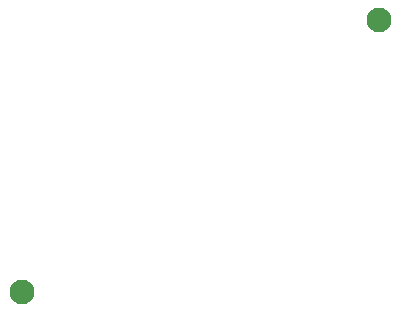
<source format=gbr>
%TF.GenerationSoftware,KiCad,Pcbnew,9.0.2*%
%TF.CreationDate,2025-07-25T22:05:17+05:30*%
%TF.ProjectId,mcu,6d63752e-6b69-4636-9164-5f7063625858,rev?*%
%TF.SameCoordinates,Original*%
%TF.FileFunction,NonPlated,1,2,NPTH,Drill*%
%TF.FilePolarity,Positive*%
%FSLAX46Y46*%
G04 Gerber Fmt 4.6, Leading zero omitted, Abs format (unit mm)*
G04 Created by KiCad (PCBNEW 9.0.2) date 2025-07-25 22:05:17*
%MOMM*%
%LPD*%
G01*
G04 APERTURE LIST*
%TA.AperFunction,ComponentDrill*%
%ADD10C,2.100000*%
%TD*%
G04 APERTURE END LIST*
D10*
%TO.C,H2*%
X96830000Y-124470000D03*
%TO.C,H1*%
X127090000Y-101410000D03*
M02*

</source>
